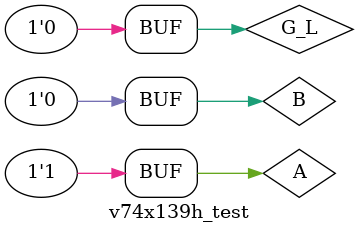
<source format=v>
`include "v74x139h_a.v"
module v74x139h_test;

reg G_L;
reg A;
reg B;

wire Y0_L;
wire Y1_L;
wire Y2_L;
wire Y3_L;

v74x139h_a uut (
  .G_L(G_L),
  .A(A),
  .B(B),
  .Y0_L(Y0_L),
  .Y1_L(Y1_L),
  .Y2_L(Y2_L),
  .Y3_L(Y3_L)
  );

  initial begin
    $dumpfile("wave.vcd");
    $dumpvars(0,v74x139h_test);
    G_L = 0;
    A = 0;
    B = 0;

    #100;

    G_L = 0;
    A = 1;
    B = 0;

    #100 G_L = 0; A = 0; B = 1;

    #100 G_L = 0; A = 1; B = 1;
    #100 G_L = 0; A = 1; B = 0;

    #100;

    //$display("\tG_L, \tB, \tY3_L, ...");
    //$monitor("%d, \t%d, \t%d, \t%d, ..., G_L, B, A, Y3_L, ...");
    //#100
    //$finish;
  end
endmodule

</source>
